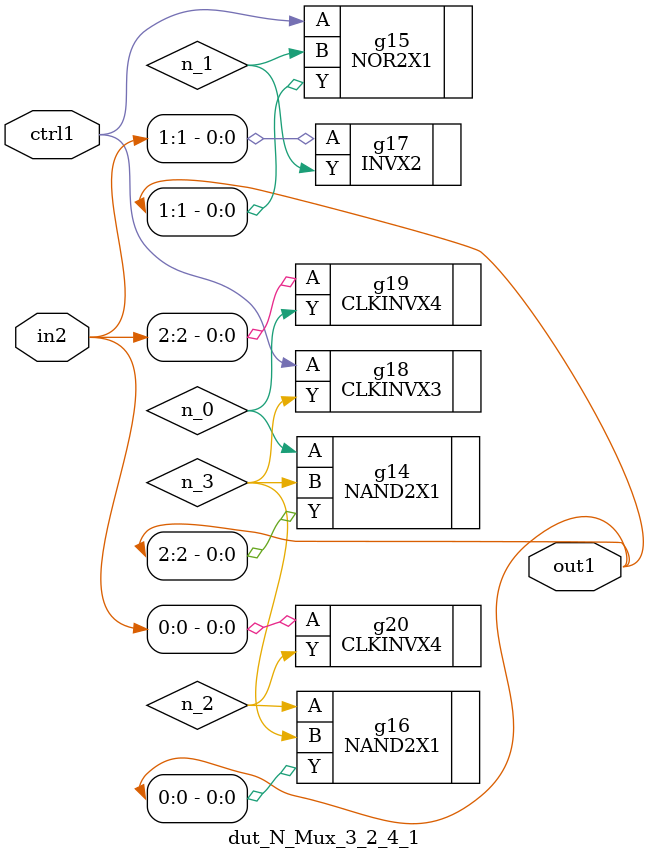
<source format=v>
`timescale 1ps / 1ps


module dut_N_Mux_3_2_4_1(in2, ctrl1, out1);
  input [2:0] in2;
  input ctrl1;
  output [2:0] out1;
  wire [2:0] in2;
  wire ctrl1;
  wire [2:0] out1;
  wire n_0, n_1, n_2, n_3;
  NAND2X1 g14(.A (n_0), .B (n_3), .Y (out1[2]));
  NOR2X1 g15(.A (ctrl1), .B (n_1), .Y (out1[1]));
  NAND2X1 g16(.A (n_2), .B (n_3), .Y (out1[0]));
  CLKINVX4 g20(.A (in2[0]), .Y (n_2));
  INVX2 g17(.A (in2[1]), .Y (n_1));
  CLKINVX4 g19(.A (in2[2]), .Y (n_0));
  CLKINVX3 g18(.A (ctrl1), .Y (n_3));
endmodule



</source>
